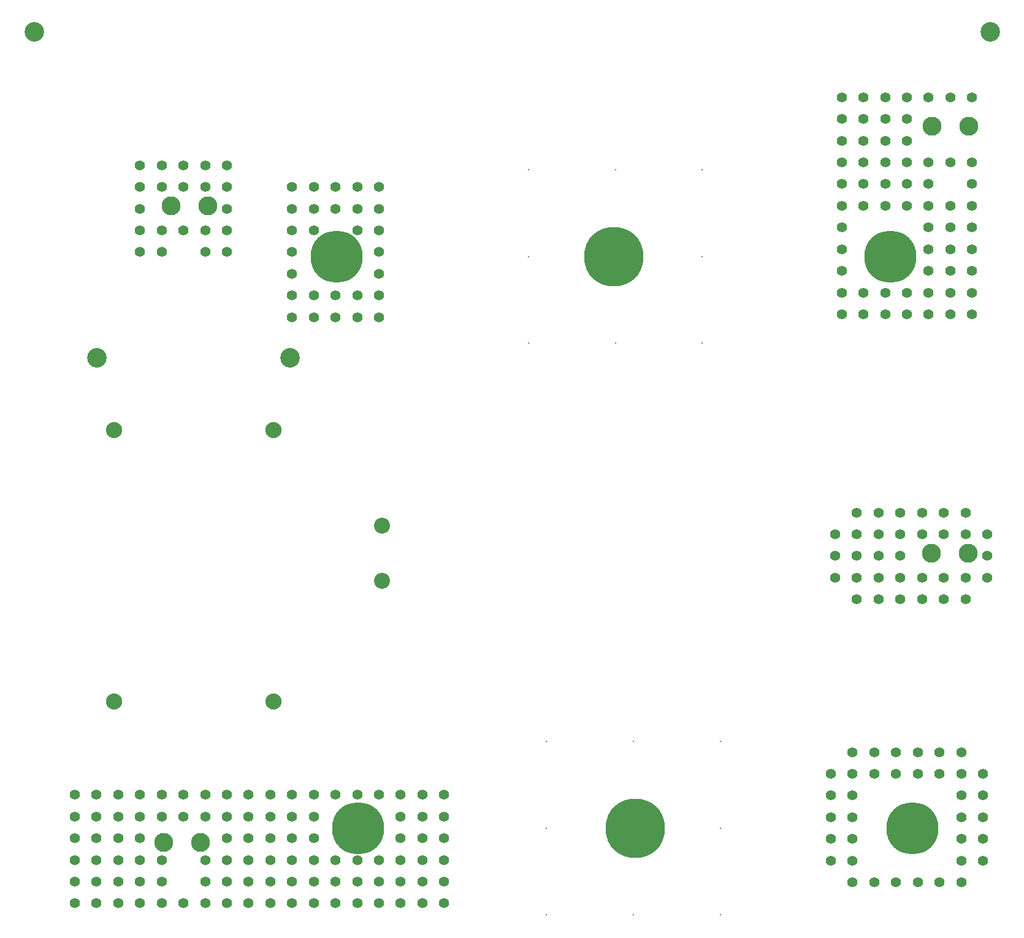
<source format=gts>
G04 Layer_Color=8388736*
%FSLAX24Y24*%
%MOIN*%
G70*
G01*
G75*
%ADD24C,0.0867*%
%ADD25C,0.1030*%
%ADD26C,0.1064*%
%ADD27C,0.0880*%
%ADD28C,0.3230*%
%ADD29C,0.2836*%
%ADD30C,0.0080*%
%ADD31C,0.0552*%
D24*
X19685Y29996D02*
D03*
Y32996D02*
D03*
D25*
X7843Y15748D02*
D03*
X9843D02*
D03*
X49606Y54724D02*
D03*
X51606D02*
D03*
X8236Y50394D02*
D03*
X10236D02*
D03*
X49575Y31496D02*
D03*
X51575D02*
D03*
D26*
X14699Y42126D02*
D03*
X4199D02*
D03*
X787Y59843D02*
D03*
X52756D02*
D03*
D27*
X5118Y38189D02*
D03*
Y23425D02*
D03*
X13780Y38189D02*
D03*
Y23425D02*
D03*
D28*
X32283Y47638D02*
D03*
X33465Y16535D02*
D03*
D29*
X47343Y47638D02*
D03*
X17224D02*
D03*
X48524Y16535D02*
D03*
X18406D02*
D03*
D30*
X37106Y42913D02*
D03*
X32382D02*
D03*
X27657D02*
D03*
Y47638D02*
D03*
X37106D02*
D03*
X27657Y52362D02*
D03*
X32382D02*
D03*
X37106D02*
D03*
X28642Y11811D02*
D03*
X33366D02*
D03*
X38091D02*
D03*
X28642Y16535D02*
D03*
X38091D02*
D03*
Y21260D02*
D03*
X33366D02*
D03*
X28642D02*
D03*
D31*
X23071Y18346D02*
D03*
Y17165D02*
D03*
Y15984D02*
D03*
Y14803D02*
D03*
Y13622D02*
D03*
Y12441D02*
D03*
X21890Y18346D02*
D03*
Y17165D02*
D03*
Y15984D02*
D03*
Y14803D02*
D03*
Y13622D02*
D03*
Y12441D02*
D03*
X20709Y18346D02*
D03*
Y17165D02*
D03*
Y15984D02*
D03*
Y14803D02*
D03*
Y13622D02*
D03*
Y12441D02*
D03*
X19528Y18346D02*
D03*
Y14803D02*
D03*
Y13622D02*
D03*
Y12441D02*
D03*
X18346Y18346D02*
D03*
Y14803D02*
D03*
Y13622D02*
D03*
Y12441D02*
D03*
X17165Y18346D02*
D03*
Y14803D02*
D03*
Y13622D02*
D03*
Y12441D02*
D03*
X15984Y18346D02*
D03*
Y17165D02*
D03*
Y15984D02*
D03*
Y14803D02*
D03*
Y13622D02*
D03*
Y12441D02*
D03*
X14803Y18346D02*
D03*
Y17165D02*
D03*
Y15984D02*
D03*
Y14803D02*
D03*
Y13622D02*
D03*
Y12441D02*
D03*
X13622Y18346D02*
D03*
Y17165D02*
D03*
Y15984D02*
D03*
Y14803D02*
D03*
Y13622D02*
D03*
Y12441D02*
D03*
X12441Y18346D02*
D03*
Y17165D02*
D03*
Y15984D02*
D03*
Y14803D02*
D03*
Y13622D02*
D03*
Y12441D02*
D03*
X11260Y18346D02*
D03*
Y17165D02*
D03*
Y15984D02*
D03*
Y14803D02*
D03*
Y13622D02*
D03*
Y12441D02*
D03*
X10079Y18346D02*
D03*
Y17165D02*
D03*
Y14803D02*
D03*
Y13622D02*
D03*
Y12441D02*
D03*
X8898Y18346D02*
D03*
Y17165D02*
D03*
Y12441D02*
D03*
X7717Y18346D02*
D03*
Y17165D02*
D03*
Y14803D02*
D03*
Y13622D02*
D03*
Y12441D02*
D03*
X6535Y18346D02*
D03*
Y17165D02*
D03*
Y15984D02*
D03*
Y14803D02*
D03*
Y13622D02*
D03*
Y12441D02*
D03*
X5354Y18346D02*
D03*
Y17165D02*
D03*
Y15984D02*
D03*
Y14803D02*
D03*
Y13622D02*
D03*
Y12441D02*
D03*
X4173Y18346D02*
D03*
Y17165D02*
D03*
Y15984D02*
D03*
Y14803D02*
D03*
Y13622D02*
D03*
Y12441D02*
D03*
X2992Y18346D02*
D03*
Y17165D02*
D03*
Y15984D02*
D03*
Y14803D02*
D03*
Y13622D02*
D03*
Y12441D02*
D03*
X19528Y51417D02*
D03*
Y50236D02*
D03*
Y49055D02*
D03*
Y47874D02*
D03*
Y46693D02*
D03*
Y45512D02*
D03*
Y44331D02*
D03*
X18346Y51417D02*
D03*
Y50236D02*
D03*
Y49055D02*
D03*
Y45512D02*
D03*
Y44331D02*
D03*
X17165Y51417D02*
D03*
Y50236D02*
D03*
Y45512D02*
D03*
Y44331D02*
D03*
X15984Y51417D02*
D03*
Y50236D02*
D03*
Y49055D02*
D03*
Y45512D02*
D03*
Y44331D02*
D03*
X14803Y51417D02*
D03*
Y50236D02*
D03*
Y49055D02*
D03*
Y47874D02*
D03*
Y46693D02*
D03*
Y45512D02*
D03*
Y44331D02*
D03*
X11260Y52598D02*
D03*
Y51417D02*
D03*
Y50236D02*
D03*
Y49055D02*
D03*
Y47874D02*
D03*
X10079Y52598D02*
D03*
Y51417D02*
D03*
Y49055D02*
D03*
Y47874D02*
D03*
X8898Y52598D02*
D03*
Y51417D02*
D03*
Y49055D02*
D03*
X7717Y52598D02*
D03*
Y51417D02*
D03*
Y49055D02*
D03*
Y47874D02*
D03*
X6535Y52598D02*
D03*
Y51417D02*
D03*
Y50236D02*
D03*
Y49055D02*
D03*
Y47874D02*
D03*
X52598Y32520D02*
D03*
Y31339D02*
D03*
Y30157D02*
D03*
X51417Y33701D02*
D03*
Y32520D02*
D03*
Y30157D02*
D03*
Y28976D02*
D03*
X50236Y33701D02*
D03*
Y32520D02*
D03*
Y30157D02*
D03*
Y28976D02*
D03*
X49055Y33701D02*
D03*
Y32520D02*
D03*
Y30157D02*
D03*
Y28976D02*
D03*
X47874Y33701D02*
D03*
Y32520D02*
D03*
Y31339D02*
D03*
Y30157D02*
D03*
Y28976D02*
D03*
X46693Y33701D02*
D03*
Y32520D02*
D03*
Y31339D02*
D03*
Y30157D02*
D03*
Y28976D02*
D03*
X45512Y33701D02*
D03*
Y32520D02*
D03*
Y31339D02*
D03*
Y30157D02*
D03*
Y28976D02*
D03*
X44331Y32520D02*
D03*
Y31339D02*
D03*
Y30157D02*
D03*
X52362Y19488D02*
D03*
Y18307D02*
D03*
Y17126D02*
D03*
Y15945D02*
D03*
Y14764D02*
D03*
X51181Y20669D02*
D03*
Y19488D02*
D03*
Y18307D02*
D03*
Y17126D02*
D03*
Y15945D02*
D03*
Y14764D02*
D03*
Y13583D02*
D03*
X50000Y20669D02*
D03*
Y19488D02*
D03*
Y13583D02*
D03*
X48819Y20669D02*
D03*
Y19488D02*
D03*
Y13583D02*
D03*
X47638Y20669D02*
D03*
Y19488D02*
D03*
Y13583D02*
D03*
X46457Y20669D02*
D03*
Y19488D02*
D03*
Y13583D02*
D03*
X45276Y20669D02*
D03*
Y19488D02*
D03*
Y18307D02*
D03*
Y17126D02*
D03*
Y15945D02*
D03*
Y14764D02*
D03*
Y13583D02*
D03*
X44094Y19488D02*
D03*
Y18307D02*
D03*
Y17126D02*
D03*
Y15945D02*
D03*
Y14764D02*
D03*
X51772Y56299D02*
D03*
Y52756D02*
D03*
Y51575D02*
D03*
Y50394D02*
D03*
Y49213D02*
D03*
Y48032D02*
D03*
Y46850D02*
D03*
Y45669D02*
D03*
Y44488D02*
D03*
X50591Y56299D02*
D03*
Y52756D02*
D03*
Y50394D02*
D03*
Y49213D02*
D03*
Y48032D02*
D03*
Y46850D02*
D03*
Y45669D02*
D03*
Y44488D02*
D03*
X49409Y56299D02*
D03*
Y52756D02*
D03*
Y51575D02*
D03*
Y50394D02*
D03*
Y49213D02*
D03*
Y48032D02*
D03*
Y46850D02*
D03*
Y45669D02*
D03*
Y44488D02*
D03*
X48228Y56299D02*
D03*
Y55118D02*
D03*
Y53937D02*
D03*
Y52756D02*
D03*
Y51575D02*
D03*
Y50394D02*
D03*
Y45669D02*
D03*
Y44488D02*
D03*
X47047Y56299D02*
D03*
Y55118D02*
D03*
Y53937D02*
D03*
Y52756D02*
D03*
Y51575D02*
D03*
Y50394D02*
D03*
Y45669D02*
D03*
Y44488D02*
D03*
X45866Y56299D02*
D03*
Y55118D02*
D03*
Y53937D02*
D03*
Y52756D02*
D03*
Y51575D02*
D03*
Y50394D02*
D03*
Y45669D02*
D03*
Y44488D02*
D03*
X44685Y56299D02*
D03*
Y55118D02*
D03*
Y53937D02*
D03*
Y52756D02*
D03*
Y51575D02*
D03*
Y50394D02*
D03*
Y49213D02*
D03*
Y48032D02*
D03*
Y46850D02*
D03*
Y45669D02*
D03*
Y44488D02*
D03*
M02*

</source>
